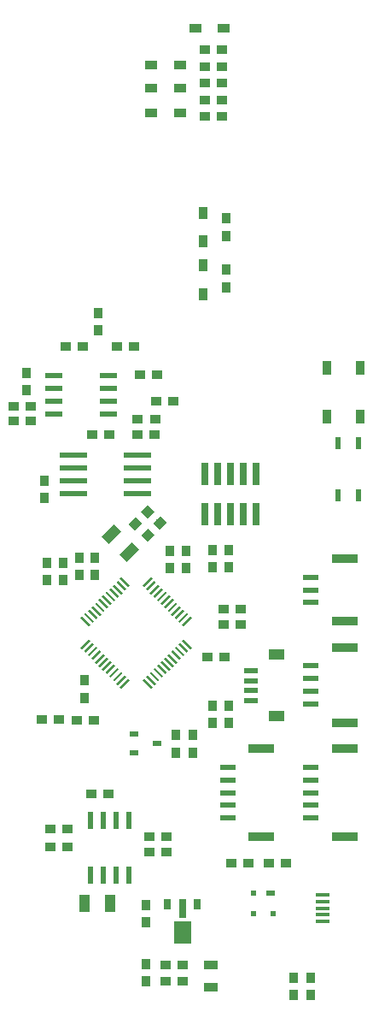
<source format=gbr>
G04 #@! TF.GenerationSoftware,KiCad,Pcbnew,(5.0.0)*
G04 #@! TF.CreationDate,2018-12-20T12:11:05-05:00*
G04 #@! TF.ProjectId,fk-weather,666B2D776561746865722E6B69636164,0.1*
G04 #@! TF.SameCoordinates,PX791ddc0PY791ddc0*
G04 #@! TF.FileFunction,Paste,Top*
G04 #@! TF.FilePolarity,Positive*
%FSLAX46Y46*%
G04 Gerber Fmt 4.6, Leading zero omitted, Abs format (unit mm)*
G04 Created by KiCad (PCBNEW (5.0.0)) date 12/20/18 12:11:05*
%MOMM*%
%LPD*%
G01*
G04 APERTURE LIST*
%ADD10C,0.900000*%
%ADD11C,0.100000*%
%ADD12R,0.990000X0.900000*%
%ADD13R,0.540000X1.800000*%
%ADD14R,1.530000X0.540000*%
%ADD15R,2.520000X0.900000*%
%ADD16R,0.900000X0.990000*%
%ADD17R,1.395000X0.540000*%
%ADD18R,1.620000X1.080000*%
%ADD19R,1.800000X0.540000*%
%ADD20R,1.350000X0.405000*%
%ADD21R,0.675000X2.250000*%
%ADD22R,0.900000X0.630000*%
%ADD23R,0.540000X0.630000*%
%ADD24R,1.350000X0.900000*%
%ADD25R,0.945000X0.585000*%
%ADD26C,0.225000*%
%ADD27R,0.720000X1.080000*%
%ADD28R,0.720000X1.980000*%
%ADD29R,1.800000X2.250000*%
%ADD30C,0.990000*%
%ADD31R,0.630000X1.305000*%
%ADD32R,0.810000X1.350000*%
%ADD33R,0.990000X1.710000*%
%ADD34R,1.170000X0.855000*%
%ADD35R,0.855000X1.170000*%
%ADD36R,2.700000X0.540000*%
G04 APERTURE END LIST*
D10*
G04 #@! TO.C,C2*
X-26068959Y-25383159D03*
D11*
G36*
X-26037139Y-24714943D02*
X-25400743Y-25351339D01*
X-26100779Y-26051375D01*
X-26737175Y-25414979D01*
X-26037139Y-24714943D01*
X-26037139Y-24714943D01*
G37*
D10*
X-27271041Y-26585241D03*
D11*
G36*
X-27239221Y-25917025D02*
X-26602825Y-26553421D01*
X-27302861Y-27253457D01*
X-27939257Y-26617061D01*
X-27239221Y-25917025D01*
X-27239221Y-25917025D01*
G37*
G04 #@! TD*
D12*
G04 #@! TO.C,R19*
X-25388200Y-56413400D03*
X-27088200Y-56413400D03*
G04 #@! TD*
G04 #@! TO.C,R20*
X-27088200Y-57988200D03*
X-25388200Y-57988200D03*
G04 #@! TD*
G04 #@! TO.C,R18*
X-32576400Y-44907200D03*
X-34276400Y-44907200D03*
G04 #@! TD*
G04 #@! TO.C,R16*
X-36056200Y-44856400D03*
X-37756200Y-44856400D03*
G04 #@! TD*
D13*
G04 #@! TO.C,U6*
X-32943800Y-54805600D03*
X-31673800Y-54805600D03*
X-30403800Y-54805600D03*
X-29133800Y-54805600D03*
X-29133800Y-60205600D03*
X-30403800Y-60205600D03*
X-31673800Y-60205600D03*
X-32943800Y-60205600D03*
G04 #@! TD*
D14*
G04 #@! TO.C,J4*
X-11094000Y-39527000D03*
X-11094000Y-40777000D03*
X-11094000Y-42027000D03*
X-11094000Y-43277000D03*
D15*
X-7744000Y-37677000D03*
X-7744000Y-45127000D03*
G04 #@! TD*
D16*
G04 #@! TO.C,C16*
X-39268400Y-12241000D03*
X-39268400Y-10541000D03*
G04 #@! TD*
D17*
G04 #@! TO.C,J8*
X-16996800Y-39978200D03*
X-16996800Y-40978200D03*
X-16996800Y-41978200D03*
X-16996800Y-42978200D03*
D18*
X-14471800Y-44528200D03*
X-14471800Y-38428200D03*
G04 #@! TD*
D12*
G04 #@! TO.C,C21*
X-26582000Y-16662400D03*
X-28282000Y-16662400D03*
G04 #@! TD*
G04 #@! TO.C,C20*
X-28256600Y-15138400D03*
X-26556600Y-15138400D03*
G04 #@! TD*
G04 #@! TO.C,D1*
X-18960200Y-59029600D03*
X-17260200Y-59029600D03*
G04 #@! TD*
G04 #@! TO.C,R14*
X-24702400Y-13360400D03*
X-26402400Y-13360400D03*
G04 #@! TD*
G04 #@! TO.C,R13*
X-38850200Y-15316200D03*
X-40550200Y-15316200D03*
G04 #@! TD*
D16*
G04 #@! TO.C,R15*
X-32207200Y-4611000D03*
X-32207200Y-6311000D03*
G04 #@! TD*
D12*
G04 #@! TO.C,R12*
X-31103200Y-16662400D03*
X-32803200Y-16662400D03*
G04 #@! TD*
D19*
G04 #@! TO.C,U3*
X-31158200Y-10769600D03*
X-31158200Y-12039600D03*
X-31158200Y-13309600D03*
X-31158200Y-14579600D03*
X-36558200Y-14579600D03*
X-36558200Y-13309600D03*
X-36558200Y-12039600D03*
X-36558200Y-10769600D03*
G04 #@! TD*
D20*
G04 #@! TO.C,J1*
X-9910000Y-64800000D03*
X-9910000Y-63500000D03*
X-9910000Y-64150000D03*
X-9910000Y-62850000D03*
X-9910000Y-62200000D03*
G04 #@! TD*
D21*
G04 #@! TO.C,J6*
X-21564600Y-24507800D03*
X-21564600Y-20507800D03*
X-20294600Y-24507800D03*
X-20294600Y-20507800D03*
X-19024600Y-24507800D03*
X-19024600Y-20507800D03*
X-17754600Y-24507800D03*
X-17754600Y-20507800D03*
X-16484600Y-24507800D03*
X-16484600Y-20507800D03*
G04 #@! TD*
D14*
G04 #@! TO.C,J2*
X-11094000Y-49570000D03*
X-11094000Y-50820000D03*
X-11094000Y-52070000D03*
X-11094000Y-53320000D03*
X-11094000Y-54570000D03*
D15*
X-7744000Y-47720000D03*
X-7744000Y-56420000D03*
G04 #@! TD*
D10*
G04 #@! TO.C,C1*
X-27288159Y-24265559D03*
D11*
G36*
X-27256339Y-23597343D02*
X-26619943Y-24233739D01*
X-27319979Y-24933775D01*
X-27956375Y-24297379D01*
X-27256339Y-23597343D01*
X-27256339Y-23597343D01*
G37*
D10*
X-28490241Y-25467641D03*
D11*
G36*
X-28458421Y-24799425D02*
X-27822025Y-25435821D01*
X-28522061Y-26135857D01*
X-29158457Y-25499461D01*
X-28458421Y-24799425D01*
X-28458421Y-24799425D01*
G37*
G04 #@! TD*
D16*
G04 #@! TO.C,C3*
X-25082500Y-29869500D03*
X-25082500Y-28169500D03*
G04 #@! TD*
G04 #@! TO.C,C4*
X-35648900Y-31002300D03*
X-35648900Y-29302300D03*
G04 #@! TD*
G04 #@! TO.C,C5*
X-23469600Y-29882200D03*
X-23469600Y-28182200D03*
G04 #@! TD*
G04 #@! TO.C,C6*
X-32486600Y-30491800D03*
X-32486600Y-28791800D03*
G04 #@! TD*
D12*
G04 #@! TO.C,C7*
X-21347800Y-38633400D03*
X-19647800Y-38633400D03*
G04 #@! TD*
D16*
G04 #@! TO.C,C8*
X-33528000Y-40972000D03*
X-33528000Y-42672000D03*
G04 #@! TD*
G04 #@! TO.C,C9*
X-27474992Y-70730862D03*
X-27474992Y-69030862D03*
G04 #@! TD*
G04 #@! TO.C,C10*
X-12763500Y-70358000D03*
X-12763500Y-72058000D03*
G04 #@! TD*
D12*
G04 #@! TO.C,C11*
X-23780192Y-69093462D03*
X-25480192Y-69093462D03*
G04 #@! TD*
D16*
G04 #@! TO.C,C12*
X-27441485Y-63193861D03*
X-27441485Y-64893861D03*
G04 #@! TD*
D12*
G04 #@! TO.C,C13*
X-33694000Y-7874000D03*
X-35394000Y-7874000D03*
G04 #@! TD*
D16*
G04 #@! TO.C,C14*
X-34061400Y-30491800D03*
X-34061400Y-28791800D03*
G04 #@! TD*
D12*
G04 #@! TO.C,C15*
X-30314000Y-7874000D03*
X-28614000Y-7874000D03*
G04 #@! TD*
D16*
G04 #@! TO.C,C18*
X-37553900Y-21184500D03*
X-37553900Y-22884500D03*
G04 #@! TD*
D22*
G04 #@! TO.C,D4*
X-15064000Y-62008000D03*
D23*
X-16764000Y-62008000D03*
X-16764000Y-64008000D03*
X-14864000Y-64008000D03*
G04 #@! TD*
D16*
G04 #@! TO.C,D5*
X-22779984Y-48094000D03*
X-22779984Y-46394000D03*
G04 #@! TD*
D24*
G04 #@! TO.C,F1*
X-20972592Y-71298362D03*
X-20972592Y-69098362D03*
G04 #@! TD*
D12*
G04 #@! TO.C,L1*
X-25480192Y-70739917D03*
X-23780192Y-70739917D03*
G04 #@! TD*
D16*
G04 #@! TO.C,L2*
X-37249100Y-31000700D03*
X-37249100Y-29300700D03*
G04 #@! TD*
D25*
G04 #@! TO.C,Q4*
X-28659730Y-46260880D03*
X-28659730Y-48160880D03*
X-26359730Y-47210880D03*
G04 #@! TD*
D16*
G04 #@! TO.C,R2*
X-20802600Y-29793300D03*
X-20802600Y-28093300D03*
G04 #@! TD*
G04 #@! TO.C,R4*
X-19215100Y-29793300D03*
X-19215100Y-28093300D03*
G04 #@! TD*
G04 #@! TO.C,R6*
X-20828000Y-43473000D03*
X-20828000Y-45173000D03*
G04 #@! TD*
G04 #@! TO.C,R7*
X-19202400Y-43498400D03*
X-19202400Y-45198400D03*
G04 #@! TD*
D12*
G04 #@! TO.C,R8*
X-19722200Y-35458400D03*
X-18022200Y-35458400D03*
G04 #@! TD*
G04 #@! TO.C,R9*
X-18022200Y-33883600D03*
X-19722200Y-33883600D03*
G04 #@! TD*
D16*
G04 #@! TO.C,R10*
X-11125200Y-70360400D03*
X-11125200Y-72060400D03*
G04 #@! TD*
D12*
G04 #@! TO.C,R11*
X-38850200Y-13817600D03*
X-40550200Y-13817600D03*
G04 #@! TD*
D16*
G04 #@! TO.C,R17*
X-24511000Y-46394000D03*
X-24511000Y-48094000D03*
G04 #@! TD*
D12*
G04 #@! TO.C,R22*
X-19929772Y14821332D03*
X-21629772Y14821332D03*
G04 #@! TD*
D16*
G04 #@! TO.C,R23*
X-19458972Y3049332D03*
X-19458972Y4749332D03*
G04 #@! TD*
D12*
G04 #@! TO.C,R30*
X-19929772Y19748932D03*
X-21629772Y19748932D03*
G04 #@! TD*
G04 #@! TO.C,R31*
X-19929772Y16497732D03*
X-21629772Y16497732D03*
G04 #@! TD*
D16*
G04 #@! TO.C,R32*
X-19458972Y-330668D03*
X-19458972Y-2030668D03*
G04 #@! TD*
D12*
G04 #@! TO.C,R33*
X-19929772Y18123332D03*
X-21629772Y18123332D03*
G04 #@! TD*
G04 #@! TO.C,R34*
X-19929772Y21476132D03*
X-21629772Y21476132D03*
G04 #@! TD*
D26*
G04 #@! TO.C,U1*
X-29553971Y-31225342D03*
D11*
G36*
X-30047178Y-30891234D02*
X-29888079Y-30732135D01*
X-29060764Y-31559450D01*
X-29219863Y-31718549D01*
X-30047178Y-30891234D01*
X-30047178Y-30891234D01*
G37*
D26*
X-29907524Y-31578895D03*
D11*
G36*
X-30400731Y-31244787D02*
X-30241632Y-31085688D01*
X-29414317Y-31913003D01*
X-29573416Y-32072102D01*
X-30400731Y-31244787D01*
X-30400731Y-31244787D01*
G37*
D26*
X-30261078Y-31932449D03*
D11*
G36*
X-30754285Y-31598341D02*
X-30595186Y-31439242D01*
X-29767871Y-32266557D01*
X-29926970Y-32425656D01*
X-30754285Y-31598341D01*
X-30754285Y-31598341D01*
G37*
D26*
X-30614631Y-32286002D03*
D11*
G36*
X-31107838Y-31951894D02*
X-30948739Y-31792795D01*
X-30121424Y-32620110D01*
X-30280523Y-32779209D01*
X-31107838Y-31951894D01*
X-31107838Y-31951894D01*
G37*
D26*
X-30968184Y-32639555D03*
D11*
G36*
X-31461391Y-32305447D02*
X-31302292Y-32146348D01*
X-30474977Y-32973663D01*
X-30634076Y-33132762D01*
X-31461391Y-32305447D01*
X-31461391Y-32305447D01*
G37*
D26*
X-31321738Y-32993109D03*
D11*
G36*
X-31814945Y-32659001D02*
X-31655846Y-32499902D01*
X-30828531Y-33327217D01*
X-30987630Y-33486316D01*
X-31814945Y-32659001D01*
X-31814945Y-32659001D01*
G37*
D26*
X-31675291Y-33346662D03*
D11*
G36*
X-32168498Y-33012554D02*
X-32009399Y-32853455D01*
X-31182084Y-33680770D01*
X-31341183Y-33839869D01*
X-32168498Y-33012554D01*
X-32168498Y-33012554D01*
G37*
D26*
X-32028845Y-33700216D03*
D11*
G36*
X-32522052Y-33366108D02*
X-32362953Y-33207009D01*
X-31535638Y-34034324D01*
X-31694737Y-34193423D01*
X-32522052Y-33366108D01*
X-32522052Y-33366108D01*
G37*
D26*
X-32382398Y-34053769D03*
D11*
G36*
X-32875605Y-33719661D02*
X-32716506Y-33560562D01*
X-31889191Y-34387877D01*
X-32048290Y-34546976D01*
X-32875605Y-33719661D01*
X-32875605Y-33719661D01*
G37*
D26*
X-32735951Y-34407322D03*
D11*
G36*
X-33229158Y-34073214D02*
X-33070059Y-33914115D01*
X-32242744Y-34741430D01*
X-32401843Y-34900529D01*
X-33229158Y-34073214D01*
X-33229158Y-34073214D01*
G37*
D26*
X-33089505Y-34760876D03*
D11*
G36*
X-33582712Y-34426768D02*
X-33423613Y-34267669D01*
X-32596298Y-35094984D01*
X-32755397Y-35254083D01*
X-33582712Y-34426768D01*
X-33582712Y-34426768D01*
G37*
D26*
X-33443058Y-35114429D03*
D11*
G36*
X-33936265Y-34780321D02*
X-33777166Y-34621222D01*
X-32949851Y-35448537D01*
X-33108950Y-35607636D01*
X-33936265Y-34780321D01*
X-33936265Y-34780321D01*
G37*
D26*
X-33443058Y-37377171D03*
D11*
G36*
X-33777166Y-37870378D02*
X-33936265Y-37711279D01*
X-33108950Y-36883964D01*
X-32949851Y-37043063D01*
X-33777166Y-37870378D01*
X-33777166Y-37870378D01*
G37*
D26*
X-33089505Y-37730724D03*
D11*
G36*
X-33423613Y-38223931D02*
X-33582712Y-38064832D01*
X-32755397Y-37237517D01*
X-32596298Y-37396616D01*
X-33423613Y-38223931D01*
X-33423613Y-38223931D01*
G37*
D26*
X-32735951Y-38084278D03*
D11*
G36*
X-33070059Y-38577485D02*
X-33229158Y-38418386D01*
X-32401843Y-37591071D01*
X-32242744Y-37750170D01*
X-33070059Y-38577485D01*
X-33070059Y-38577485D01*
G37*
D26*
X-32382398Y-38437831D03*
D11*
G36*
X-32716506Y-38931038D02*
X-32875605Y-38771939D01*
X-32048290Y-37944624D01*
X-31889191Y-38103723D01*
X-32716506Y-38931038D01*
X-32716506Y-38931038D01*
G37*
D26*
X-32028845Y-38791384D03*
D11*
G36*
X-32362953Y-39284591D02*
X-32522052Y-39125492D01*
X-31694737Y-38298177D01*
X-31535638Y-38457276D01*
X-32362953Y-39284591D01*
X-32362953Y-39284591D01*
G37*
D26*
X-31675291Y-39144938D03*
D11*
G36*
X-32009399Y-39638145D02*
X-32168498Y-39479046D01*
X-31341183Y-38651731D01*
X-31182084Y-38810830D01*
X-32009399Y-39638145D01*
X-32009399Y-39638145D01*
G37*
D26*
X-31321738Y-39498491D03*
D11*
G36*
X-31655846Y-39991698D02*
X-31814945Y-39832599D01*
X-30987630Y-39005284D01*
X-30828531Y-39164383D01*
X-31655846Y-39991698D01*
X-31655846Y-39991698D01*
G37*
D26*
X-30968184Y-39852045D03*
D11*
G36*
X-31302292Y-40345252D02*
X-31461391Y-40186153D01*
X-30634076Y-39358838D01*
X-30474977Y-39517937D01*
X-31302292Y-40345252D01*
X-31302292Y-40345252D01*
G37*
D26*
X-30614631Y-40205598D03*
D11*
G36*
X-30948739Y-40698805D02*
X-31107838Y-40539706D01*
X-30280523Y-39712391D01*
X-30121424Y-39871490D01*
X-30948739Y-40698805D01*
X-30948739Y-40698805D01*
G37*
D26*
X-30261078Y-40559151D03*
D11*
G36*
X-30595186Y-41052358D02*
X-30754285Y-40893259D01*
X-29926970Y-40065944D01*
X-29767871Y-40225043D01*
X-30595186Y-41052358D01*
X-30595186Y-41052358D01*
G37*
D26*
X-29907524Y-40912705D03*
D11*
G36*
X-30241632Y-41405912D02*
X-30400731Y-41246813D01*
X-29573416Y-40419498D01*
X-29414317Y-40578597D01*
X-30241632Y-41405912D01*
X-30241632Y-41405912D01*
G37*
D26*
X-29553971Y-41266258D03*
D11*
G36*
X-29888079Y-41759465D02*
X-30047178Y-41600366D01*
X-29219863Y-40773051D01*
X-29060764Y-40932150D01*
X-29888079Y-41759465D01*
X-29888079Y-41759465D01*
G37*
D26*
X-27291229Y-41266258D03*
D11*
G36*
X-27784436Y-40932150D02*
X-27625337Y-40773051D01*
X-26798022Y-41600366D01*
X-26957121Y-41759465D01*
X-27784436Y-40932150D01*
X-27784436Y-40932150D01*
G37*
D26*
X-26937676Y-40912705D03*
D11*
G36*
X-27430883Y-40578597D02*
X-27271784Y-40419498D01*
X-26444469Y-41246813D01*
X-26603568Y-41405912D01*
X-27430883Y-40578597D01*
X-27430883Y-40578597D01*
G37*
D26*
X-26584122Y-40559151D03*
D11*
G36*
X-27077329Y-40225043D02*
X-26918230Y-40065944D01*
X-26090915Y-40893259D01*
X-26250014Y-41052358D01*
X-27077329Y-40225043D01*
X-27077329Y-40225043D01*
G37*
D26*
X-26230569Y-40205598D03*
D11*
G36*
X-26723776Y-39871490D02*
X-26564677Y-39712391D01*
X-25737362Y-40539706D01*
X-25896461Y-40698805D01*
X-26723776Y-39871490D01*
X-26723776Y-39871490D01*
G37*
D26*
X-25877016Y-39852045D03*
D11*
G36*
X-26370223Y-39517937D02*
X-26211124Y-39358838D01*
X-25383809Y-40186153D01*
X-25542908Y-40345252D01*
X-26370223Y-39517937D01*
X-26370223Y-39517937D01*
G37*
D26*
X-25523462Y-39498491D03*
D11*
G36*
X-26016669Y-39164383D02*
X-25857570Y-39005284D01*
X-25030255Y-39832599D01*
X-25189354Y-39991698D01*
X-26016669Y-39164383D01*
X-26016669Y-39164383D01*
G37*
D26*
X-25169909Y-39144938D03*
D11*
G36*
X-25663116Y-38810830D02*
X-25504017Y-38651731D01*
X-24676702Y-39479046D01*
X-24835801Y-39638145D01*
X-25663116Y-38810830D01*
X-25663116Y-38810830D01*
G37*
D26*
X-24816355Y-38791384D03*
D11*
G36*
X-25309562Y-38457276D02*
X-25150463Y-38298177D01*
X-24323148Y-39125492D01*
X-24482247Y-39284591D01*
X-25309562Y-38457276D01*
X-25309562Y-38457276D01*
G37*
D26*
X-24462802Y-38437831D03*
D11*
G36*
X-24956009Y-38103723D02*
X-24796910Y-37944624D01*
X-23969595Y-38771939D01*
X-24128694Y-38931038D01*
X-24956009Y-38103723D01*
X-24956009Y-38103723D01*
G37*
D26*
X-24109249Y-38084278D03*
D11*
G36*
X-24602456Y-37750170D02*
X-24443357Y-37591071D01*
X-23616042Y-38418386D01*
X-23775141Y-38577485D01*
X-24602456Y-37750170D01*
X-24602456Y-37750170D01*
G37*
D26*
X-23755695Y-37730724D03*
D11*
G36*
X-24248902Y-37396616D02*
X-24089803Y-37237517D01*
X-23262488Y-38064832D01*
X-23421587Y-38223931D01*
X-24248902Y-37396616D01*
X-24248902Y-37396616D01*
G37*
D26*
X-23402142Y-37377171D03*
D11*
G36*
X-23895349Y-37043063D02*
X-23736250Y-36883964D01*
X-22908935Y-37711279D01*
X-23068034Y-37870378D01*
X-23895349Y-37043063D01*
X-23895349Y-37043063D01*
G37*
D26*
X-23402142Y-35114429D03*
D11*
G36*
X-23736250Y-35607636D02*
X-23895349Y-35448537D01*
X-23068034Y-34621222D01*
X-22908935Y-34780321D01*
X-23736250Y-35607636D01*
X-23736250Y-35607636D01*
G37*
D26*
X-23755695Y-34760876D03*
D11*
G36*
X-24089803Y-35254083D02*
X-24248902Y-35094984D01*
X-23421587Y-34267669D01*
X-23262488Y-34426768D01*
X-24089803Y-35254083D01*
X-24089803Y-35254083D01*
G37*
D26*
X-24109249Y-34407322D03*
D11*
G36*
X-24443357Y-34900529D02*
X-24602456Y-34741430D01*
X-23775141Y-33914115D01*
X-23616042Y-34073214D01*
X-24443357Y-34900529D01*
X-24443357Y-34900529D01*
G37*
D26*
X-24462802Y-34053769D03*
D11*
G36*
X-24796910Y-34546976D02*
X-24956009Y-34387877D01*
X-24128694Y-33560562D01*
X-23969595Y-33719661D01*
X-24796910Y-34546976D01*
X-24796910Y-34546976D01*
G37*
D26*
X-24816355Y-33700216D03*
D11*
G36*
X-25150463Y-34193423D02*
X-25309562Y-34034324D01*
X-24482247Y-33207009D01*
X-24323148Y-33366108D01*
X-25150463Y-34193423D01*
X-25150463Y-34193423D01*
G37*
D26*
X-25169909Y-33346662D03*
D11*
G36*
X-25504017Y-33839869D02*
X-25663116Y-33680770D01*
X-24835801Y-32853455D01*
X-24676702Y-33012554D01*
X-25504017Y-33839869D01*
X-25504017Y-33839869D01*
G37*
D26*
X-25523462Y-32993109D03*
D11*
G36*
X-25857570Y-33486316D02*
X-26016669Y-33327217D01*
X-25189354Y-32499902D01*
X-25030255Y-32659001D01*
X-25857570Y-33486316D01*
X-25857570Y-33486316D01*
G37*
D26*
X-25877016Y-32639555D03*
D11*
G36*
X-26211124Y-33132762D02*
X-26370223Y-32973663D01*
X-25542908Y-32146348D01*
X-25383809Y-32305447D01*
X-26211124Y-33132762D01*
X-26211124Y-33132762D01*
G37*
D26*
X-26230569Y-32286002D03*
D11*
G36*
X-26564677Y-32779209D02*
X-26723776Y-32620110D01*
X-25896461Y-31792795D01*
X-25737362Y-31951894D01*
X-26564677Y-32779209D01*
X-26564677Y-32779209D01*
G37*
D26*
X-26584122Y-31932449D03*
D11*
G36*
X-26918230Y-32425656D02*
X-27077329Y-32266557D01*
X-26250014Y-31439242D01*
X-26090915Y-31598341D01*
X-26918230Y-32425656D01*
X-26918230Y-32425656D01*
G37*
D26*
X-26937676Y-31578895D03*
D11*
G36*
X-27271784Y-32072102D02*
X-27430883Y-31913003D01*
X-26603568Y-31085688D01*
X-26444469Y-31244787D01*
X-27271784Y-32072102D01*
X-27271784Y-32072102D01*
G37*
D26*
X-27291229Y-31225342D03*
D11*
G36*
X-27625337Y-31718549D02*
X-27784436Y-31559450D01*
X-26957121Y-30732135D01*
X-26798022Y-30891234D01*
X-27625337Y-31718549D01*
X-27625337Y-31718549D01*
G37*
G04 #@! TD*
D27*
G04 #@! TO.C,U2*
X-22336085Y-63078661D03*
D28*
X-23836085Y-63578661D03*
D27*
X-25336085Y-63078661D03*
D29*
X-23836085Y-65928661D03*
G04 #@! TD*
D30*
G04 #@! TO.C,Y1*
X-30855883Y-26497317D03*
D11*
G36*
X-31810477Y-26751875D02*
X-30601325Y-25542723D01*
X-29901289Y-26242759D01*
X-31110441Y-27451911D01*
X-31810477Y-26751875D01*
X-31810477Y-26751875D01*
G37*
D30*
X-29088117Y-28265083D03*
D11*
G36*
X-30042711Y-28519641D02*
X-28833559Y-27310489D01*
X-28133523Y-28010525D01*
X-29342675Y-29219677D01*
X-30042711Y-28519641D01*
X-30042711Y-28519641D01*
G37*
G04 #@! TD*
D31*
G04 #@! TO.C,SW1*
X-6366000Y-22646000D03*
X-6366000Y-17486000D03*
X-8366000Y-17486000D03*
X-8366000Y-22646000D03*
G04 #@! TD*
D14*
G04 #@! TO.C,J3*
X-11094000Y-30754000D03*
X-11094000Y-32004000D03*
X-11094000Y-33254000D03*
D15*
X-7744000Y-28904000D03*
X-7744000Y-35104000D03*
G04 #@! TD*
D32*
G04 #@! TO.C,U5*
X-6224000Y-9996000D03*
X-9524000Y-9996000D03*
X-9524000Y-14896000D03*
X-6224000Y-14896000D03*
G04 #@! TD*
D12*
G04 #@! TO.C,C17*
X-32832436Y-52221478D03*
X-31132436Y-52221478D03*
G04 #@! TD*
G04 #@! TO.C,C19*
X-36918000Y-57404000D03*
X-35218000Y-57404000D03*
G04 #@! TD*
G04 #@! TO.C,R1*
X-35218000Y-55626000D03*
X-36918000Y-55626000D03*
G04 #@! TD*
D33*
G04 #@! TO.C,Y2*
X-31006436Y-63016478D03*
X-33506436Y-63016478D03*
G04 #@! TD*
D34*
G04 #@! TO.C,D11*
X-24081772Y17615332D03*
X-26926572Y17615332D03*
G04 #@! TD*
G04 #@! TO.C,D10*
X-26926772Y15176932D03*
X-24081972Y15176932D03*
G04 #@! TD*
G04 #@! TO.C,D9*
X-19712972Y23558932D03*
X-22557772Y23558932D03*
G04 #@! TD*
G04 #@! TO.C,D8*
X-24081772Y19901332D03*
X-26926572Y19901332D03*
G04 #@! TD*
D35*
G04 #@! TO.C,D7*
X-21744972Y-2755468D03*
X-21744972Y89332D03*
G04 #@! TD*
G04 #@! TO.C,D6*
X-21744972Y5321732D03*
X-21744972Y2476932D03*
G04 #@! TD*
D14*
G04 #@! TO.C,J7*
X-19349000Y-49570000D03*
X-19349000Y-50820000D03*
X-19349000Y-52070000D03*
X-19349000Y-53320000D03*
X-19349000Y-54570000D03*
D15*
X-15999000Y-47720000D03*
X-15999000Y-56420000D03*
G04 #@! TD*
D36*
G04 #@! TO.C,U4*
X-28270600Y-18656300D03*
X-28270600Y-19926300D03*
X-28270600Y-21196300D03*
X-28270600Y-22466300D03*
X-34670600Y-22466300D03*
X-34670600Y-21196300D03*
X-34670600Y-19926300D03*
X-34670600Y-18656300D03*
G04 #@! TD*
D12*
G04 #@! TO.C,R3*
X-15277200Y-59080400D03*
X-13577200Y-59080400D03*
G04 #@! TD*
G04 #@! TO.C,R5*
X-26328000Y-10668000D03*
X-28028000Y-10668000D03*
G04 #@! TD*
M02*

</source>
